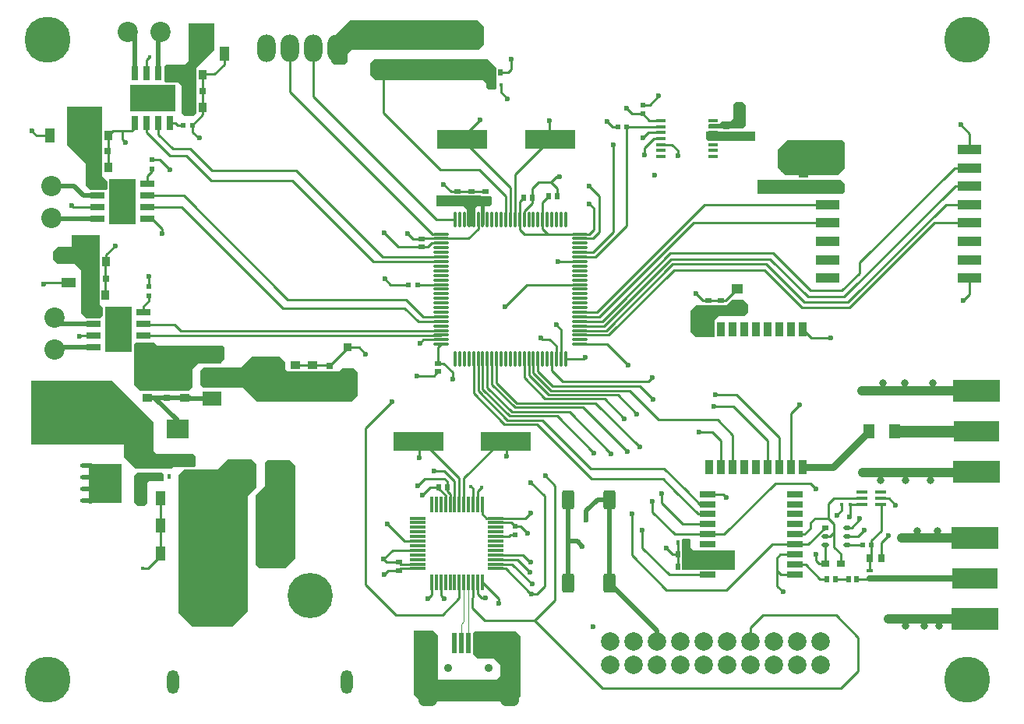
<source format=gtl>
G04*
G04 #@! TF.GenerationSoftware,Altium Limited,Altium Designer,24.10.1 (45)*
G04*
G04 Layer_Physical_Order=1*
G04 Layer_Color=255*
%FSLAX25Y25*%
%MOIN*%
G70*
G04*
G04 #@! TF.SameCoordinates,2D4B152F-DA3A-4926-AC14-268B840A774E*
G04*
G04*
G04 #@! TF.FilePolarity,Positive*
G04*
G01*
G75*
%ADD28R,0.03700X0.06300*%
%ADD81R,0.01968X0.02362*%
%ADD82R,0.03937X0.03543*%
%ADD83R,0.03937X0.01378*%
%ADD84R,0.02362X0.01968*%
%ADD85R,0.02520X0.02362*%
%ADD86R,0.19685X0.09016*%
%ADD87R,0.20000X0.09508*%
%ADD88R,0.04724X0.06496*%
%ADD89R,0.21654X0.07874*%
%ADD90R,0.07087X0.02756*%
%ADD91R,0.07087X0.03150*%
%ADD92O,0.07087X0.01181*%
%ADD93O,0.01181X0.07087*%
%ADD94R,0.01181X0.06693*%
%ADD95R,0.06693X0.01181*%
%ADD96R,0.02362X0.02520*%
%ADD97R,0.01968X0.08858*%
%ADD98R,0.07874X0.14961*%
%ADD99R,0.07874X0.05906*%
G04:AMPARAMS|DCode=100|XSize=55.12mil|YSize=82.68mil|CornerRadius=13.78mil|HoleSize=0mil|Usage=FLASHONLY|Rotation=90.000|XOffset=0mil|YOffset=0mil|HoleType=Round|Shape=RoundedRectangle|*
%AMROUNDEDRECTD100*
21,1,0.05512,0.05512,0,0,90.0*
21,1,0.02756,0.08268,0,0,90.0*
1,1,0.02756,0.02756,0.01378*
1,1,0.02756,0.02756,-0.01378*
1,1,0.02756,-0.02756,-0.01378*
1,1,0.02756,-0.02756,0.01378*
%
%ADD100ROUNDEDRECTD100*%
%ADD101R,0.03543X0.03937*%
%ADD102R,0.04724X0.03937*%
%ADD103O,0.03150X0.02165*%
%ADD104R,0.03150X0.02165*%
%ADD105R,0.03150X0.03543*%
%ADD106R,0.01575X0.01181*%
%ADD107R,0.04600X0.01400*%
%ADD108R,0.02559X0.01378*%
%ADD109R,0.03543X0.03150*%
%ADD110R,0.01575X0.01968*%
%ADD111R,0.04134X0.06299*%
%ADD112R,0.11614X0.19291*%
G04:AMPARAMS|DCode=113|XSize=61.02mil|YSize=23.62mil|CornerRadius=0.59mil|HoleSize=0mil|Usage=FLASHONLY|Rotation=180.000|XOffset=0mil|YOffset=0mil|HoleType=Round|Shape=RoundedRectangle|*
%AMROUNDEDRECTD113*
21,1,0.06102,0.02244,0,0,180.0*
21,1,0.05984,0.02362,0,0,180.0*
1,1,0.00118,-0.02992,0.01122*
1,1,0.00118,0.02992,0.01122*
1,1,0.00118,0.02992,-0.01122*
1,1,0.00118,-0.02992,-0.01122*
%
%ADD113ROUNDEDRECTD113*%
%ADD114R,0.19291X0.11614*%
G04:AMPARAMS|DCode=115|XSize=61.02mil|YSize=23.62mil|CornerRadius=0.59mil|HoleSize=0mil|Usage=FLASHONLY|Rotation=90.000|XOffset=0mil|YOffset=0mil|HoleType=Round|Shape=RoundedRectangle|*
%AMROUNDEDRECTD115*
21,1,0.06102,0.02244,0,0,90.0*
21,1,0.05984,0.02362,0,0,90.0*
1,1,0.00118,0.01122,0.02992*
1,1,0.00118,0.01122,-0.02992*
1,1,0.00118,-0.01122,-0.02992*
1,1,0.00118,-0.01122,0.02992*
%
%ADD115ROUNDEDRECTD115*%
%ADD116R,0.06299X0.04134*%
%ADD117R,0.02559X0.03150*%
G04:AMPARAMS|DCode=118|XSize=78.74mil|YSize=98.43mil|CornerRadius=19.68mil|HoleSize=0mil|Usage=FLASHONLY|Rotation=0.000|XOffset=0mil|YOffset=0mil|HoleType=Round|Shape=RoundedRectangle|*
%AMROUNDEDRECTD118*
21,1,0.07874,0.05906,0,0,0.0*
21,1,0.03937,0.09843,0,0,0.0*
1,1,0.03937,0.01968,-0.02953*
1,1,0.03937,-0.01968,-0.02953*
1,1,0.03937,-0.01968,0.02953*
1,1,0.03937,0.01968,0.02953*
%
%ADD118ROUNDEDRECTD118*%
%ADD119R,0.03150X0.02559*%
%ADD120R,0.03740X0.03543*%
%ADD121R,0.09646X0.08465*%
%ADD122R,0.01575X0.02008*%
%ADD123R,0.09843X0.06693*%
%ADD124O,0.03937X0.01968*%
%ADD125O,0.05512X0.01968*%
%ADD126R,0.10236X0.04331*%
%ADD127R,0.11024X0.04331*%
G04:AMPARAMS|DCode=128|XSize=55.12mil|YSize=82.68mil|CornerRadius=13.78mil|HoleSize=0mil|Usage=FLASHONLY|Rotation=180.000|XOffset=0mil|YOffset=0mil|HoleType=Round|Shape=RoundedRectangle|*
%AMROUNDEDRECTD128*
21,1,0.05512,0.05512,0,0,180.0*
21,1,0.02756,0.08268,0,0,180.0*
1,1,0.02756,-0.01378,0.02756*
1,1,0.02756,0.01378,0.02756*
1,1,0.02756,0.01378,-0.02756*
1,1,0.02756,-0.01378,-0.02756*
%
%ADD128ROUNDEDRECTD128*%
%ADD129C,0.01000*%
%ADD130C,0.04000*%
%ADD131C,0.02800*%
%ADD132C,0.03000*%
%ADD133C,0.05000*%
%ADD134C,0.02000*%
%ADD135C,0.00435*%
%ADD136C,0.07874*%
%ADD137O,0.05118X0.10236*%
%ADD138C,0.19354*%
%ADD139R,0.19354X0.19354*%
%ADD140C,0.19685*%
%ADD141C,0.08661*%
%ADD142O,0.07874X0.11811*%
%ADD143C,0.01181*%
%ADD144C,0.03543*%
%ADD145C,0.02362*%
%ADD146C,0.03150*%
%ADD147C,0.01575*%
%ADD148C,0.01968*%
G36*
X202439Y295494D02*
Y287774D01*
X200000Y285335D01*
X145768D01*
X144193Y283760D01*
Y280512D01*
X142815Y279134D01*
X138386D01*
X137008Y280512D01*
Y284646D01*
Y290158D01*
X145079Y298228D01*
X199705D01*
X202439Y295494D01*
D02*
G37*
G36*
X207776Y277658D02*
Y277638D01*
Y273937D01*
Y268996D01*
X207874Y268898D01*
X207283Y268307D01*
X204429D01*
X203543Y269193D01*
Y271063D01*
X202165Y272441D01*
X156299D01*
X153937Y274803D01*
Y279921D01*
X155413Y281398D01*
X204035D01*
X207776Y277658D01*
D02*
G37*
G36*
X87161Y290305D02*
Y285586D01*
X79331Y277756D01*
Y258366D01*
X79429Y258268D01*
X78248Y257087D01*
X74508D01*
X73228Y258366D01*
Y270079D01*
X71850Y271457D01*
X66535D01*
X65945Y272047D01*
Y278445D01*
X66634Y279134D01*
X74606D01*
X76181Y280709D01*
Y288484D01*
X76181Y296654D01*
X87161D01*
Y290305D01*
D02*
G37*
G36*
X314469Y261811D02*
Y253051D01*
X313287Y251870D01*
X298425D01*
Y252658D01*
Y253543D01*
X298721Y253839D01*
X303101D01*
X303987Y254724D01*
X307776D01*
X309252Y256201D01*
Y262106D01*
X310138Y262992D01*
X313287D01*
X314469Y261811D01*
D02*
G37*
G36*
X304921Y250591D02*
X318504D01*
Y246555D01*
X298524D01*
X297638Y247441D01*
Y250591D01*
X304921Y250591D01*
D02*
G37*
G36*
X356791Y245768D02*
Y234744D01*
X353839Y231791D01*
X331594D01*
X328150Y235236D01*
Y238583D01*
X328051Y238779D01*
Y242815D01*
X331988Y246752D01*
X355807D01*
X356791Y245768D01*
D02*
G37*
G36*
X39272Y231398D02*
X41535Y229134D01*
Y226181D01*
X40748Y225394D01*
X34252D01*
X32185Y227461D01*
X32185Y236811D01*
X24114Y244882D01*
Y261221D01*
X39272D01*
Y231398D01*
D02*
G37*
G36*
X356693Y228051D02*
Y224410D01*
X355906Y223622D01*
X319390D01*
Y229823D01*
X354921D01*
X356693Y228051D01*
D02*
G37*
G36*
X189390Y223130D02*
Y222992D01*
X193091D01*
Y223130D01*
X201201Y223130D01*
Y222894D01*
X204902D01*
Y222894D01*
X205259Y222792D01*
X205709Y222342D01*
Y219094D01*
X204921Y218307D01*
X202869D01*
X202884Y216199D01*
X202824Y216110D01*
X202733Y215650D01*
Y210608D01*
X202333Y210320D01*
X201204Y210325D01*
Y215650D01*
X201181Y215766D01*
Y218307D01*
X199508D01*
X198819Y217618D01*
Y215766D01*
X198796Y215650D01*
Y210312D01*
X198327Y209842D01*
X195866D01*
X195299Y210410D01*
Y215650D01*
X195276Y215766D01*
Y216929D01*
X193701Y218504D01*
X182185D01*
Y223130D01*
X189390D01*
D02*
G37*
G36*
X38189Y200984D02*
Y183071D01*
X38189D01*
Y177953D01*
X38189D01*
Y176476D01*
X39469Y175197D01*
Y171850D01*
X38189Y170571D01*
X32382D01*
X30217Y172736D01*
Y191043D01*
X27362Y193898D01*
X19882D01*
X18110Y195669D01*
Y199016D01*
X20079Y200984D01*
X26083D01*
Y206201D01*
X38189D01*
Y200984D01*
D02*
G37*
G36*
X315551Y176279D02*
Y173031D01*
X313976Y171457D01*
X302854D01*
X301279Y169882D01*
Y162598D01*
X292815Y162598D01*
X290650Y164764D01*
Y173524D01*
X293209Y176083D01*
X306004D01*
X308366Y178445D01*
X313386D01*
X315551Y176279D01*
D02*
G37*
G36*
X62795Y158760D02*
X90847D01*
X91535Y158071D01*
Y152953D01*
X89862Y151279D01*
X80512D01*
X77953Y148721D01*
X77953Y141043D01*
X76378Y139469D01*
X55315D01*
X52756Y142027D01*
Y159153D01*
Y159449D01*
X53445Y160138D01*
X61417D01*
X62795Y158760D01*
D02*
G37*
G36*
X117520Y151870D02*
Y148721D01*
X118405Y147835D01*
X140551D01*
X141831Y149114D01*
X146653D01*
X148622Y147146D01*
Y137402D01*
X146161Y134941D01*
X115256Y134941D01*
X105315D01*
X99606Y140650D01*
X82382D01*
X81004Y142028D01*
Y144488D01*
Y148130D01*
X82382Y149508D01*
X98425D01*
X103150Y154232D01*
X115157D01*
X117520Y151870D01*
D02*
G37*
G36*
X61221Y126083D02*
Y113681D01*
X62303Y112598D01*
X78150D01*
X79232Y111516D01*
Y107382D01*
X78776Y106925D01*
X74016D01*
X73626Y106848D01*
X73394Y106693D01*
X69390D01*
X68701Y106004D01*
X53347D01*
X48425Y110925D01*
Y116339D01*
X8661D01*
Y143898D01*
X43406D01*
X61221Y126083D01*
D02*
G37*
G36*
X65553Y103738D02*
Y101179D01*
X65261Y100886D01*
X59257Y100881D01*
X59252Y100886D01*
X58366Y100000D01*
Y91339D01*
X57284Y90256D01*
X54035D01*
X52658Y91634D01*
Y103051D01*
X54134Y104528D01*
X64764D01*
X65553Y103738D01*
D02*
G37*
G36*
X34645Y108356D02*
X34864Y108210D01*
X35107Y108109D01*
X35366Y108058D01*
X35498Y108051D01*
X47539D01*
Y91516D01*
X35498D01*
X35366Y91509D01*
X35107Y91458D01*
X34864Y91357D01*
X34645Y91211D01*
X34547Y91122D01*
X33366Y91122D01*
Y108445D01*
X34547D01*
X34645Y108356D01*
D02*
G37*
G36*
X121850Y107579D02*
Y67913D01*
X117520Y63583D01*
X106398D01*
X104724Y65256D01*
Y94488D01*
X108957Y98721D01*
Y108661D01*
X110236Y109941D01*
X119488D01*
X121850Y107579D01*
D02*
G37*
G36*
X290945Y75492D02*
Y72342D01*
X292028Y71260D01*
X309941D01*
Y62697D01*
X287402D01*
X287244Y62907D01*
Y66122D01*
X287106D01*
Y67638D01*
X287244D01*
Y71339D01*
X287106D01*
Y74902D01*
Y75689D01*
X287500Y76083D01*
X290354D01*
X290945Y75492D01*
D02*
G37*
G36*
X105118Y107972D02*
Y98032D01*
X101575Y94488D01*
Y45276D01*
X94882Y38583D01*
X77559D01*
X71653Y44488D01*
Y103543D01*
X74016Y105905D01*
X88583D01*
X92913Y110236D01*
X102854D01*
X105118Y107972D01*
D02*
G37*
G36*
X182776Y34941D02*
Y15650D01*
X207677D01*
X209449Y17421D01*
Y22244D01*
X206890Y24803D01*
X199705Y24803D01*
X197736Y26772D01*
Y35827D01*
X198425Y36516D01*
X216142D01*
X218307Y34350D01*
Y8858D01*
X215748Y6299D01*
X175492D01*
X172638Y9154D01*
Y36811D01*
X180905D01*
X182776Y34941D01*
D02*
G37*
D28*
X338898Y165770D02*
D03*
X333898D02*
D03*
X328898D02*
D03*
X323898D02*
D03*
X318898D02*
D03*
X313898D02*
D03*
X308898D02*
D03*
X303898D02*
D03*
X298898D02*
D03*
Y106670D02*
D03*
X303898D02*
D03*
X308898D02*
D03*
X313898D02*
D03*
X318898D02*
D03*
X323898D02*
D03*
X328898D02*
D03*
X333898D02*
D03*
X338898D02*
D03*
D81*
X259646Y252559D02*
D03*
X263583D02*
D03*
X174016Y184744D02*
D03*
X170079D02*
D03*
X368307Y73524D02*
D03*
X364370D02*
D03*
X77854Y253051D02*
D03*
X73917D02*
D03*
D82*
X311811Y254134D02*
D03*
Y248819D02*
D03*
X339272Y232480D02*
D03*
Y227165D02*
D03*
X58366Y136516D02*
D03*
Y141831D02*
D03*
X129232Y145177D02*
D03*
Y150492D02*
D03*
X121752Y145177D02*
D03*
Y150492D02*
D03*
X74409Y136516D02*
D03*
Y141831D02*
D03*
D83*
X278248Y255118D02*
D03*
Y252559D02*
D03*
Y250000D02*
D03*
Y247441D02*
D03*
Y244882D02*
D03*
Y242323D02*
D03*
Y239764D02*
D03*
X300492D02*
D03*
Y242323D02*
D03*
Y244882D02*
D03*
Y247441D02*
D03*
Y250000D02*
D03*
Y252559D02*
D03*
Y255118D02*
D03*
D84*
X270374Y261909D02*
D03*
Y257972D02*
D03*
X60532Y238484D02*
D03*
Y234547D02*
D03*
X215650Y77658D02*
D03*
Y81595D02*
D03*
X59153Y184055D02*
D03*
Y180118D02*
D03*
D85*
X306102Y248957D02*
D03*
Y252421D02*
D03*
X166043Y62539D02*
D03*
Y66004D02*
D03*
X303937Y178110D02*
D03*
Y174646D02*
D03*
X298622Y178012D02*
D03*
Y174547D02*
D03*
X182972Y147776D02*
D03*
Y151240D02*
D03*
X175886Y204587D02*
D03*
Y201122D02*
D03*
X191240Y224764D02*
D03*
Y221299D02*
D03*
X197244Y224921D02*
D03*
Y221457D02*
D03*
X203051Y224665D02*
D03*
Y221201D02*
D03*
D86*
X412402Y59153D02*
D03*
X412992Y122047D02*
D03*
D87*
X412402Y76407D02*
D03*
Y41898D02*
D03*
X412992Y139301D02*
D03*
Y104791D02*
D03*
D88*
X378150Y122047D02*
D03*
X367126D02*
D03*
D89*
X174409Y117913D02*
D03*
X211811D02*
D03*
X230709Y246949D02*
D03*
X193307D02*
D03*
D90*
X335531Y95276D02*
D03*
Y60630D02*
D03*
X298130D02*
D03*
Y95276D02*
D03*
D91*
X335531Y90945D02*
D03*
Y86614D02*
D03*
Y82284D02*
D03*
Y77953D02*
D03*
Y73622D02*
D03*
Y69291D02*
D03*
Y64961D02*
D03*
X298130D02*
D03*
Y69291D02*
D03*
Y73622D02*
D03*
Y77953D02*
D03*
Y82284D02*
D03*
Y86614D02*
D03*
Y90945D02*
D03*
D92*
X243504Y206594D02*
D03*
Y204626D02*
D03*
Y202658D02*
D03*
Y200689D02*
D03*
Y198721D02*
D03*
Y196752D02*
D03*
Y194783D02*
D03*
Y192815D02*
D03*
Y190847D02*
D03*
Y188878D02*
D03*
Y186909D02*
D03*
Y184941D02*
D03*
Y182973D02*
D03*
Y181004D02*
D03*
Y179035D02*
D03*
Y177067D02*
D03*
Y175099D02*
D03*
Y173130D02*
D03*
Y171161D02*
D03*
Y169193D02*
D03*
Y167224D02*
D03*
Y165256D02*
D03*
Y163287D02*
D03*
Y161319D02*
D03*
Y159350D02*
D03*
X184055D02*
D03*
Y161319D02*
D03*
Y163287D02*
D03*
Y165256D02*
D03*
Y167224D02*
D03*
Y169193D02*
D03*
Y171161D02*
D03*
Y173130D02*
D03*
Y175099D02*
D03*
Y177067D02*
D03*
Y179035D02*
D03*
Y181004D02*
D03*
Y182973D02*
D03*
Y184941D02*
D03*
Y186909D02*
D03*
Y188878D02*
D03*
Y190847D02*
D03*
Y192815D02*
D03*
Y194783D02*
D03*
Y196752D02*
D03*
Y198721D02*
D03*
Y200689D02*
D03*
Y202658D02*
D03*
Y204626D02*
D03*
Y206594D02*
D03*
D93*
X237402Y153248D02*
D03*
X235433D02*
D03*
X233465D02*
D03*
X231496D02*
D03*
X229528D02*
D03*
X227559D02*
D03*
X225590D02*
D03*
X223622D02*
D03*
X221654D02*
D03*
X219685D02*
D03*
X217717D02*
D03*
X215748D02*
D03*
X213779D02*
D03*
X211811D02*
D03*
X209842D02*
D03*
X207874D02*
D03*
X205906D02*
D03*
X203937D02*
D03*
X201969D02*
D03*
X200000D02*
D03*
X198031D02*
D03*
X196063D02*
D03*
X194095D02*
D03*
X192126D02*
D03*
X190157D02*
D03*
Y212697D02*
D03*
X192126D02*
D03*
X194095D02*
D03*
X196063D02*
D03*
X198031D02*
D03*
X200000D02*
D03*
X201969D02*
D03*
X203937D02*
D03*
X205906D02*
D03*
X207874D02*
D03*
X209842D02*
D03*
X211811D02*
D03*
X213779D02*
D03*
X215748D02*
D03*
X217717D02*
D03*
X219685D02*
D03*
X221654D02*
D03*
X223622D02*
D03*
X225590D02*
D03*
X227559D02*
D03*
X229528D02*
D03*
X231496D02*
D03*
X233465D02*
D03*
X235433D02*
D03*
X237402D02*
D03*
D94*
X201772Y90799D02*
D03*
X199803D02*
D03*
X197835D02*
D03*
X195866D02*
D03*
X193898D02*
D03*
X191929D02*
D03*
X189961D02*
D03*
X187992D02*
D03*
X186024D02*
D03*
X184055D02*
D03*
X182087D02*
D03*
X180118D02*
D03*
Y57429D02*
D03*
X182087D02*
D03*
X184055D02*
D03*
X186024D02*
D03*
X187992D02*
D03*
X189961D02*
D03*
X191929D02*
D03*
X193898D02*
D03*
X195866D02*
D03*
X197835D02*
D03*
X199803D02*
D03*
X201772D02*
D03*
D95*
X174260Y84941D02*
D03*
Y82973D02*
D03*
Y81004D02*
D03*
Y79036D02*
D03*
Y77067D02*
D03*
Y75098D02*
D03*
Y73130D02*
D03*
Y71161D02*
D03*
Y69193D02*
D03*
Y67224D02*
D03*
Y65256D02*
D03*
Y63287D02*
D03*
X207630D02*
D03*
Y65256D02*
D03*
Y67224D02*
D03*
Y69193D02*
D03*
Y71161D02*
D03*
Y73130D02*
D03*
Y75098D02*
D03*
Y77067D02*
D03*
Y79036D02*
D03*
Y81004D02*
D03*
Y82973D02*
D03*
Y84941D02*
D03*
D96*
X183307Y98228D02*
D03*
X186772D02*
D03*
X361811Y58662D02*
D03*
X358347D02*
D03*
X352756Y58760D02*
D03*
X349291D02*
D03*
X285472Y69488D02*
D03*
X288937D02*
D03*
X285472Y64272D02*
D03*
X288937D02*
D03*
X222992Y222146D02*
D03*
X219528D02*
D03*
X233681Y222638D02*
D03*
X230217D02*
D03*
X209547Y275787D02*
D03*
X206083D02*
D03*
D97*
X192815Y31299D02*
D03*
X195965D02*
D03*
X189665D02*
D03*
X199114D02*
D03*
X202264D02*
D03*
D98*
X110925Y145079D02*
D03*
D99*
X86122Y136024D02*
D03*
Y145079D02*
D03*
Y154134D02*
D03*
D100*
X195177Y294587D02*
D03*
Y276870D02*
D03*
X159350D02*
D03*
Y294587D02*
D03*
D101*
X41732Y248721D02*
D03*
X36417D02*
D03*
X76968Y260827D02*
D03*
X82284D02*
D03*
X40551Y180512D02*
D03*
X35236D02*
D03*
X40945Y194685D02*
D03*
X35630D02*
D03*
X41732Y235138D02*
D03*
X36417D02*
D03*
X82087Y274902D02*
D03*
X76772D02*
D03*
D102*
X310728Y175295D02*
D03*
Y183169D02*
D03*
X331693Y227362D02*
D03*
Y235236D02*
D03*
D103*
X357874Y80807D02*
D03*
Y77067D02*
D03*
Y73327D02*
D03*
X348425D02*
D03*
Y77067D02*
D03*
D104*
Y80807D02*
D03*
D105*
X367520Y67815D02*
D03*
X372441D02*
D03*
X75689Y102362D02*
D03*
Y109055D02*
D03*
D106*
X355512Y90650D02*
D03*
X359055D02*
D03*
X209744Y270374D02*
D03*
X206201D02*
D03*
D107*
X372309Y90904D02*
D03*
Y93504D02*
D03*
Y96104D02*
D03*
X364109D02*
D03*
Y93504D02*
D03*
Y90904D02*
D03*
D108*
X367618Y59252D02*
D03*
Y62598D02*
D03*
D109*
X348327Y65551D02*
D03*
X355020D02*
D03*
D110*
X288681Y74508D02*
D03*
X285531D02*
D03*
D111*
X91339Y283760D02*
D03*
X79724D02*
D03*
X28346Y248819D02*
D03*
X16732D02*
D03*
X75886Y93405D02*
D03*
X64272D02*
D03*
X75787Y81791D02*
D03*
X64173D02*
D03*
X75886Y69882D02*
D03*
X64272D02*
D03*
X96260Y91339D02*
D03*
X107874D02*
D03*
X95965Y80413D02*
D03*
X107579D02*
D03*
X95768Y69390D02*
D03*
X107382D02*
D03*
D112*
X46063Y165650D02*
D03*
X47933Y220571D02*
D03*
D113*
X35433Y158150D02*
D03*
Y163150D02*
D03*
Y168150D02*
D03*
Y173150D02*
D03*
X56693D02*
D03*
Y168150D02*
D03*
Y163150D02*
D03*
Y158150D02*
D03*
X37303Y213071D02*
D03*
Y218071D02*
D03*
Y223071D02*
D03*
Y228071D02*
D03*
X58563D02*
D03*
Y223071D02*
D03*
Y218071D02*
D03*
Y213071D02*
D03*
D114*
X60728Y264764D02*
D03*
D115*
X53228Y275394D02*
D03*
X58228D02*
D03*
X63228D02*
D03*
X68228D02*
D03*
Y254134D02*
D03*
X63228D02*
D03*
X58228D02*
D03*
X53228D02*
D03*
D116*
X24705Y197244D02*
D03*
Y185630D02*
D03*
D117*
X35335Y187598D02*
D03*
X40650D02*
D03*
X36122Y242028D02*
D03*
X41437D02*
D03*
X76673Y267815D02*
D03*
X81988D02*
D03*
D118*
X178445Y30925D02*
D03*
Y9469D02*
D03*
X213484D02*
D03*
Y30925D02*
D03*
D119*
X66929Y141831D02*
D03*
Y136516D02*
D03*
X136614Y150197D02*
D03*
Y144882D02*
D03*
D120*
X144193Y145622D02*
D03*
Y158024D02*
D03*
D121*
X71358Y123228D02*
D03*
X54429D02*
D03*
D122*
X63976Y102854D02*
D03*
X67913D02*
D03*
X65945Y107972D02*
D03*
D123*
X115059Y104626D02*
D03*
X99311D02*
D03*
D124*
X55610Y92283D02*
D03*
Y97284D02*
D03*
Y102284D02*
D03*
Y107283D02*
D03*
D125*
X32382D02*
D03*
Y102284D02*
D03*
Y97284D02*
D03*
Y92283D02*
D03*
D126*
X410236Y242815D02*
D03*
Y234941D02*
D03*
Y227067D02*
D03*
Y219193D02*
D03*
Y211319D02*
D03*
Y203445D02*
D03*
Y195571D02*
D03*
Y187697D02*
D03*
X349606D02*
D03*
Y195571D02*
D03*
Y203445D02*
D03*
Y211319D02*
D03*
Y219193D02*
D03*
Y227067D02*
D03*
Y234941D02*
D03*
D127*
X350000Y242815D02*
D03*
D128*
X238484Y92913D02*
D03*
X256201D02*
D03*
Y57087D02*
D03*
X238484D02*
D03*
D129*
X285433Y240059D02*
Y242323D01*
X282874Y244882D02*
X285433Y242323D01*
X278248Y244882D02*
X282874D01*
X257972Y207579D02*
Y244587D01*
X257874Y244685D02*
X257972Y244587D01*
X273524Y261909D02*
X277264Y265650D01*
X270374Y261909D02*
X273524D01*
X255118Y254823D02*
X257382Y252559D01*
X259646D01*
X263583Y260335D02*
X265945Y257972D01*
X270374D01*
X263583Y247933D02*
Y252559D01*
Y210236D02*
Y247933D01*
X250098Y196752D02*
X263583Y210236D01*
X243504Y196752D02*
X250098D01*
X249114Y198721D02*
X257972Y207579D01*
X243504Y198721D02*
X249114D01*
X273228Y255118D02*
X278248D01*
X270374Y257972D02*
X273228Y255118D01*
X263583Y252559D02*
X278248D01*
X271063Y243406D02*
X275098Y247441D01*
X278248D01*
X271063Y240354D02*
Y243406D01*
X272736Y250000D02*
X278248D01*
X270571Y247835D02*
Y247835D01*
X272736Y250000D01*
X174213Y98917D02*
X177165Y101870D01*
X185630D01*
X186772Y98228D02*
Y100728D01*
X185630Y101870D02*
X186772Y100728D01*
X176083Y94882D02*
X179429Y98228D01*
X201476Y50886D02*
X203248D01*
X199803Y52559D02*
X201476Y50886D01*
X197335Y50743D02*
X197835Y51243D01*
X197335Y46465D02*
X202689Y41110D01*
X197835Y51243D02*
Y57429D01*
X197335Y46465D02*
Y50743D01*
X281693Y60630D02*
X298130D01*
X270276Y72047D02*
Y79921D01*
Y72047D02*
X281693Y60630D01*
X367520Y67815D02*
X367618Y67716D01*
Y62598D02*
Y67716D01*
X367028Y58662D02*
X367618Y59252D01*
X361811Y58662D02*
X367028D01*
X375689Y93504D02*
X378642Y90551D01*
X372309Y93504D02*
X375689D01*
X372407Y79592D02*
Y90904D01*
X359309D02*
X364109D01*
X359055Y90650D02*
X359309Y90904D01*
X349902Y91142D02*
X352264Y93504D01*
X364109D01*
X349902Y84941D02*
Y91142D01*
X358957Y85433D02*
X359055Y85532D01*
Y90650D01*
X372441Y74311D02*
X375492Y77362D01*
X372441Y67815D02*
Y74311D01*
X359744Y80807D02*
X363287Y84350D01*
Y84744D01*
X357874Y77067D02*
X362598D01*
X365158Y79626D01*
X368307Y75492D02*
X372407Y79592D01*
X368307Y73524D02*
Y75492D01*
X359744Y80807D02*
X359744Y80807D01*
X357874Y80807D02*
X359744D01*
X344587Y66831D02*
X345866Y65551D01*
X344587Y66831D02*
Y69488D01*
X345866Y65551D02*
X348327D01*
X346282Y58760D02*
X349291D01*
X340081Y64961D02*
X346282Y58760D01*
X335531Y64961D02*
X340081D01*
X355512Y88287D02*
Y90650D01*
X353445Y86221D02*
X355512Y88287D01*
X348327Y65551D02*
X348425Y65650D01*
Y73327D01*
X355020Y65551D02*
Y69685D01*
X367520Y67815D02*
X368307Y68602D01*
Y73524D01*
X357874Y73327D02*
X358071Y73524D01*
X364370D01*
X212500Y126870D02*
X227362D01*
X248031Y106201D01*
X279429D01*
X225098Y125197D02*
X248622Y101673D01*
X279134D01*
X211122Y125197D02*
X225098D01*
X233366Y167618D02*
X235433Y165551D01*
Y153248D02*
Y165551D01*
X233366Y153347D02*
Y158760D01*
X230610Y161516D02*
X233366Y158760D01*
Y153347D02*
X233465Y153248D01*
X327067Y99902D02*
X342028D01*
X344390Y97539D01*
X352264Y72441D02*
Y78937D01*
Y72441D02*
X355020Y69685D01*
X327854Y55807D02*
X330315Y53347D01*
X327854Y55807D02*
Y62598D01*
X357874Y73327D02*
X357973Y73228D01*
X349902Y84941D02*
X352264Y82579D01*
X343996Y84941D02*
X349902D01*
X352264Y78937D02*
Y82579D01*
X350394Y77067D02*
X352264Y78937D01*
X339370Y77953D02*
X342028Y80610D01*
Y82972D01*
X343996Y84941D01*
X335531Y77953D02*
X339370D01*
X348425Y77067D02*
X350394D01*
X325689Y73622D02*
X335531D01*
X341240D01*
X348425Y80807D01*
X358248Y58760D02*
X358347Y58662D01*
X352756Y58760D02*
X358248D01*
X305118Y77953D02*
X327067Y99902D01*
X298130Y77953D02*
X305118D01*
X294587Y121653D02*
X300197D01*
X303898Y117953D01*
X270571Y133661D02*
X277165Y127067D01*
X291043D01*
X335236Y60925D02*
X335531Y60630D01*
X329528Y60925D02*
X335236D01*
X327854Y62598D02*
X329528Y60925D01*
X327854Y62598D02*
Y67913D01*
X329232Y69291D01*
X335531D01*
X333898Y129862D02*
X337598Y133563D01*
X333898Y106670D02*
Y129862D01*
X236122Y143504D02*
X272835D01*
X274508Y145177D01*
X231496Y148130D02*
X236122Y143504D01*
X225590Y147835D02*
X231890Y141535D01*
X268996D01*
X274902Y135630D01*
X223622Y146949D02*
X231102Y139469D01*
X264764D01*
X270571Y133661D01*
X230020Y137795D02*
X259646D01*
X267836Y129605D01*
X221654Y146161D02*
X230020Y137795D01*
X254134Y136024D02*
X262598Y127559D01*
X219685Y144980D02*
X228642Y136024D01*
X254134D01*
X231496Y148130D02*
Y153248D01*
X225590Y147835D02*
Y153248D01*
X223622Y146949D02*
Y153248D01*
X221654Y146161D02*
Y153248D01*
X219685Y144980D02*
Y153248D01*
X323898Y106670D02*
Y118032D01*
X309252Y132677D02*
X323898Y118032D01*
X300787Y132677D02*
X309252D01*
X328898Y106670D02*
Y119429D01*
X310433Y137894D02*
X328898Y119429D01*
X301575Y137894D02*
X310433D01*
X291043Y127067D02*
X302362D01*
X243504Y159350D02*
X255217D01*
X262598Y151969D01*
X263976Y150591D01*
X237500Y153150D02*
X244980D01*
X245768Y153937D01*
X302362Y127067D02*
X308898Y120531D01*
Y106670D02*
Y120531D01*
X304823Y95276D02*
X306299Y93799D01*
X298130Y95276D02*
X304823D01*
X284547Y96260D02*
X294193Y86614D01*
X298130D01*
X265650Y69095D02*
Y86417D01*
X265846Y86614D01*
X278346Y91437D02*
X287500Y82284D01*
X278346Y91437D02*
Y95374D01*
X274606Y87402D02*
Y92126D01*
Y87402D02*
X284055Y77953D01*
X279134Y101673D02*
X284547Y96260D01*
X250295Y134153D02*
X268996Y115453D01*
X216634Y134153D02*
X250295D01*
X244882Y132283D02*
X263779Y113386D01*
X215650Y132283D02*
X244882D01*
X279429Y106201D02*
X288976Y96653D01*
X294685Y90945D01*
X298130D01*
X228839Y102953D02*
X232972Y98819D01*
X222539Y100197D02*
X228445Y94291D01*
Y55807D02*
Y94291D01*
X232972Y49937D02*
Y98819D01*
X207874Y142913D02*
X216634Y134153D01*
X214469Y130315D02*
X239173D01*
X213386Y128642D02*
X233858D01*
X239173Y130315D02*
X256894Y112594D01*
X233858Y128642D02*
X249640Y112860D01*
X224146Y41110D02*
X232972Y49937D01*
X265650Y69095D02*
X280610Y54134D01*
X200000Y139370D02*
Y153248D01*
Y139370D02*
X212500Y126870D01*
X198031Y138287D02*
Y153248D01*
Y138287D02*
X211122Y125197D01*
X205906Y142028D02*
X215650Y132283D01*
X203937Y140847D02*
X214469Y130315D01*
X201969Y140059D02*
X213386Y128642D01*
X303898Y106670D02*
Y117953D01*
X201969Y140059D02*
Y153248D01*
X203937Y140847D02*
Y153248D01*
X205906Y142028D02*
Y153248D01*
X207874Y142913D02*
Y153248D01*
X237402D02*
X237500Y153150D01*
X227362Y161516D02*
X230610D01*
X226673Y162205D02*
X227362Y161516D01*
X211319Y175394D02*
X220866Y184941D01*
X243504D01*
X218012Y81595D02*
X221063Y78543D01*
X215650Y81595D02*
X218012D01*
X82087Y275098D02*
X87303D01*
X82087Y267815D02*
Y274902D01*
X191339Y224665D02*
X203051D01*
X41732Y235138D02*
Y248721D01*
X40551Y180512D02*
Y194685D01*
X64272Y73232D02*
Y93405D01*
X209646Y117913D02*
X211811D01*
X193898Y102165D02*
X209646Y117913D01*
X174409D02*
X175984D01*
X191929Y101969D01*
X212106Y111319D02*
Y117618D01*
X174409Y117913D02*
X174803Y117520D01*
X211811Y117913D02*
X212106Y117618D01*
X174803Y110925D02*
Y117520D01*
X225197Y52559D02*
X228445Y55807D01*
X224146Y41110D02*
X253181Y12075D01*
X407480Y177953D02*
X410236Y180709D01*
Y181988D01*
X410236Y181988D02*
X410236Y181988D01*
X410236Y181988D02*
Y187697D01*
X406398Y253445D02*
X410236Y249606D01*
Y242815D02*
Y249606D01*
X342562Y162106D02*
X350787D01*
X338898Y165770D02*
X342562Y162106D01*
X293012Y181201D02*
X296201Y178012D01*
X298622D01*
X303839D02*
X303937Y178110D01*
X298622Y178012D02*
X303839D01*
X303937Y178110D02*
X305669D01*
X310728Y183169D01*
X222835Y52559D02*
X225197D01*
X247638Y219587D02*
X249508Y217717D01*
Y208465D02*
Y217717D01*
X247638Y206594D02*
X249508Y208465D01*
X243504Y206594D02*
X247638D01*
X249016Y204626D02*
X251772Y207382D01*
X243504Y204626D02*
X249016D01*
X251772Y207382D02*
Y222933D01*
X247638Y227067D02*
X251772Y222933D01*
X229870Y206594D02*
X243504D01*
X217717Y208563D02*
X219685Y206594D01*
X229870D01*
X217717Y208563D02*
Y212697D01*
X227559Y208905D02*
Y212697D01*
Y208905D02*
X229870Y206594D01*
X296949Y219193D02*
X349606D01*
X256496Y178740D02*
X296949Y219193D01*
X282382Y195866D02*
X324803D01*
X341043Y179626D01*
X356594D01*
X233465Y231201D02*
X234646D01*
X231004Y228740D02*
X233465Y231201D01*
X225689Y228740D02*
X231004D01*
X233681Y222638D02*
Y226063D01*
X231004Y228740D02*
X233681Y226063D01*
X222992Y226043D02*
X225689Y228740D01*
X222992Y222146D02*
Y226043D01*
X234350Y194783D02*
X234350Y194783D01*
X243504D01*
X292028Y211319D02*
X336417D01*
X258563Y177854D02*
X292028Y211319D01*
X256496Y178740D02*
Y178740D01*
X282283Y198425D02*
X326083D01*
X260728Y176870D02*
X282283Y198425D01*
X395079Y211319D02*
X405315D01*
X358957Y175197D02*
X395079Y211319D01*
X405315D02*
X410236D01*
X338583Y175197D02*
X358957D01*
X358169Y177362D02*
X400000Y219193D01*
X339567Y177362D02*
X358169D01*
X322539Y191240D02*
X338583Y175197D01*
X323228Y193701D02*
X339567Y177362D01*
X283760Y191240D02*
X322539D01*
X255807Y163287D02*
X283760Y191240D01*
X243504Y163287D02*
X255807D01*
X356594Y179626D02*
X404035Y227067D01*
X355610Y182283D02*
X363189Y189862D01*
X326083Y198425D02*
X342224Y182283D01*
X355610D01*
X400000Y219193D02*
X410236D01*
X363189Y189862D02*
Y194455D01*
X403675Y234941D01*
X410236D01*
X404035Y227067D02*
X410236D01*
X283268Y193701D02*
X323228D01*
X254823Y165256D02*
X283268Y193701D01*
X243504Y165256D02*
X254823D01*
X253740Y167224D02*
X282382Y195866D01*
X243504Y167224D02*
X253740D01*
X280610Y54134D02*
X306201D01*
X325689Y73622D01*
X280610Y71949D02*
X283071Y69488D01*
X285472D01*
Y64272D02*
Y69488D01*
Y74449D02*
X285531Y74508D01*
X285472Y69488D02*
Y74449D01*
X284055Y77953D02*
X298130D01*
X287500Y82284D02*
X298130D01*
X243504Y169193D02*
X253051D01*
X260728Y176870D01*
X251870Y171161D02*
X258563Y177854D01*
X336417Y211319D02*
X349606D01*
X243504Y171161D02*
X251870D01*
X250886Y173130D02*
X256496Y178740D01*
X243504Y173130D02*
X250886D01*
X321819Y43472D02*
X353083D01*
X362630Y19555D02*
Y33925D01*
X353083Y43472D02*
X362630Y33925D01*
X214469Y65256D02*
X223031Y56693D01*
X207630Y65256D02*
X214469D01*
X211713Y63287D02*
X222441Y52559D01*
X222835D01*
X207630Y67224D02*
X216831D01*
X222244Y61811D01*
X207630Y69193D02*
X218996D01*
X222342Y65847D01*
Y66043D01*
X316555Y32244D02*
Y38209D01*
X321819Y43472D01*
X253181Y12075D02*
X355150D01*
X202689Y41110D02*
X224146D01*
X355150Y12075D02*
X362630Y19555D01*
X207630Y63287D02*
X211713D01*
X199803Y52559D02*
Y57429D01*
X201772D02*
X208661Y50539D01*
Y48425D02*
Y50539D01*
X207630Y84941D02*
X220177D01*
X222342Y87106D01*
X197835Y90799D02*
Y97638D01*
X196949Y98524D02*
X197835Y97638D01*
X203642Y84941D02*
X207630D01*
X201772Y86811D02*
Y90799D01*
Y86811D02*
X203642Y84941D01*
X179429Y98228D02*
X183307D01*
X181102Y105118D02*
X185630D01*
X189961Y90799D02*
Y100787D01*
X185630Y105118D02*
X189961Y100787D01*
X151673Y123327D02*
X162992Y134646D01*
X151673Y56398D02*
Y123327D01*
Y56398D02*
X164665Y43406D01*
X184646D01*
X191929Y50689D01*
Y57429D01*
X230610Y247047D02*
X230709Y246949D01*
X230610Y247047D02*
Y255217D01*
X193307Y246949D02*
Y247835D01*
X200886Y255413D01*
X161024Y82480D02*
X168405Y75098D01*
X174260D01*
X159547Y67323D02*
X163386Y71161D01*
X174260D01*
X159547Y67323D02*
X160866Y66004D01*
X166043D01*
X159646Y60728D02*
X161457Y62539D01*
X166043D01*
X166791Y63287D01*
X174260D01*
X166791Y65256D02*
X174260D01*
X166043Y66004D02*
X166791Y65256D01*
X191929Y90799D02*
Y101969D01*
X193898Y90799D02*
Y102165D01*
X187992Y90799D02*
Y95177D01*
X186772Y96398D02*
X187992Y95177D01*
X186772Y96398D02*
Y98228D01*
X183307Y97402D02*
Y98228D01*
Y97402D02*
X186024Y94685D01*
Y90799D02*
Y94685D01*
X199803Y90799D02*
Y96457D01*
X201362Y98015D01*
X77854Y253051D02*
Y253248D01*
Y250197D02*
Y253051D01*
X207630Y77067D02*
X213189D01*
X213780Y77658D01*
X215650D01*
X214272Y82973D02*
X215650Y81595D01*
X207630Y82973D02*
X214272D01*
X185276Y151240D02*
X189075Y147441D01*
Y144587D02*
Y147441D01*
X182972Y151240D02*
X185276D01*
X182972D02*
Y158268D01*
X181063Y145866D02*
X182972Y147776D01*
X173819Y145866D02*
X181063D01*
X178543Y50394D02*
X180118Y51968D01*
Y57429D01*
X184055Y51673D02*
X185335Y50394D01*
X184055Y51673D02*
Y57429D01*
X227559Y219980D02*
X230217Y222638D01*
X227559Y212697D02*
Y219980D01*
X222992Y219796D02*
Y222146D01*
X219685Y216489D02*
X222992Y219796D01*
X219685Y212697D02*
Y216489D01*
X217717Y220335D02*
X219528Y222146D01*
X217717Y212697D02*
Y220335D01*
X58228Y250039D02*
X68012Y240256D01*
X75000D01*
X58228Y250039D02*
Y254134D01*
X159646Y207185D02*
X165709Y201122D01*
X175886D01*
X185236Y227854D02*
X188327Y224764D01*
X191240D01*
X191339Y224665D01*
X200492Y234252D02*
X211811Y222933D01*
X183661Y234252D02*
X200492D01*
X159350Y258563D02*
X183661Y234252D01*
X184055Y204626D02*
X195721D01*
X200000Y208905D01*
Y212697D01*
X63779Y238484D02*
X68209Y234055D01*
X60532Y238484D02*
X63779D01*
X120473Y229331D02*
X155020Y194783D01*
X75000Y240256D02*
X85925Y229331D01*
X120473D01*
X155020Y194783D02*
X184055D01*
X169193Y178543D02*
X176575Y171161D01*
X118602Y178543D02*
X169193D01*
X176575Y171161D02*
X184055D01*
X73169Y218071D02*
X116339Y174902D01*
X168602D01*
X174311Y169193D01*
X215748Y231988D02*
X230709Y246949D01*
X215748Y212697D02*
Y231988D01*
X211811Y212697D02*
Y222933D01*
X193307Y246949D02*
X213779Y226476D01*
Y212697D02*
Y226476D01*
X209744Y267323D02*
Y270374D01*
Y267323D02*
X212500Y264567D01*
X214075Y276969D02*
Y281594D01*
X212894Y275787D02*
X214075Y276969D01*
X209547Y275787D02*
X212894D01*
X159350Y258563D02*
Y276870D01*
X119606Y267303D02*
Y286024D01*
Y267303D02*
X180315Y206594D01*
X184055D01*
X182283Y212697D02*
X190157D01*
X129606Y265374D02*
X182283Y212697D01*
X129606Y265374D02*
Y286024D01*
X169882Y206890D02*
X172185Y204587D01*
X175886D01*
X160039Y187303D02*
X162598Y184744D01*
X170079D01*
X56693Y163150D02*
X183917D01*
X184055Y163287D01*
X56693Y168150D02*
X56929Y167913D01*
X70177D01*
X72835Y165256D01*
X184055D01*
X174311Y169193D02*
X184055D01*
X159055Y196752D02*
X184055D01*
X122146Y233661D02*
X159055Y196752D01*
X86024Y233661D02*
X122146D01*
X74075Y223071D02*
X118602Y178543D01*
X58563Y223071D02*
X74075D01*
X68150Y218071D02*
X73169D01*
X58563D02*
X68150D01*
X174016Y184744D02*
X174213Y184941D01*
X184055D01*
X176575Y161319D02*
X184055D01*
X175000Y159744D02*
X176575Y161319D01*
X182972Y158268D02*
X184055Y159350D01*
X175886Y204587D02*
X175925Y204626D01*
X184055D01*
X180020Y202658D02*
X184055D01*
X178484Y201122D02*
X180020Y202658D01*
X175886Y201122D02*
X178484D01*
X144193Y158024D02*
X149161D01*
X151969Y155217D01*
X144193Y157776D02*
Y158024D01*
X136614Y150197D02*
X144193Y157776D01*
X121752Y150492D02*
X129232D01*
X136319D02*
X136614Y150197D01*
X129232Y150492D02*
X136319D01*
X58366Y136221D02*
Y136516D01*
X9252Y250590D02*
Y250689D01*
Y250590D02*
X11024Y248819D01*
X16732D01*
X91339Y279134D02*
Y283760D01*
X87303Y275098D02*
X91339Y279134D01*
X80413Y247638D02*
X80807D01*
X77854Y250197D02*
X80413Y247638D01*
X82087Y274902D02*
Y275098D01*
X81988Y267815D02*
X82284Y267520D01*
Y257677D02*
Y260827D01*
X77854Y253248D02*
X82284Y257677D01*
Y260827D02*
Y267520D01*
X64764Y206890D02*
Y208740D01*
X60433Y213071D02*
X64764Y208740D01*
X58563Y213071D02*
X60433D01*
X40945Y197736D02*
X44685Y201476D01*
X44783D01*
X40945Y194685D02*
Y197736D01*
X63228Y249272D02*
X69488Y243012D01*
X76673D01*
X86024Y233661D01*
X63228Y249272D02*
Y254134D01*
X68228D02*
X70394D01*
X71476Y253051D02*
X73917D01*
X70394Y254134D02*
X71476Y253051D01*
X58228Y281260D02*
X59350Y282382D01*
X58228Y275394D02*
Y281260D01*
X47720Y247260D02*
Y250830D01*
Y247260D02*
X49114Y245866D01*
X47720Y250830D02*
X51795D01*
X43645D02*
X47720D01*
X53228Y252264D02*
Y254134D01*
X51795Y250830D02*
X53228Y252264D01*
X41732Y248917D02*
X43645Y250830D01*
X41732Y248721D02*
Y248917D01*
X60532Y233363D02*
Y234547D01*
X58563Y231395D02*
X60532Y233363D01*
X58563Y228071D02*
Y231395D01*
X26083Y218701D02*
X26713Y218071D01*
X37303D01*
X59153Y184055D02*
Y188287D01*
X29429Y162894D02*
X29685Y163150D01*
X35433D01*
X14272Y185039D02*
X14862Y185630D01*
X24705D01*
X56398Y63386D02*
X58858D01*
X64272Y68799D01*
Y69882D01*
Y73232D01*
X64272Y73232D01*
X56693Y173150D02*
Y175492D01*
X59153Y177953D02*
Y180118D01*
X56693Y175492D02*
X59153Y177953D01*
D130*
X375590Y41929D02*
X412303D01*
X381201Y76378D02*
X381230Y76407D01*
X412313D01*
X364301Y139301D02*
X412992D01*
X364370Y104528D02*
X412728D01*
D131*
X367618Y59252D02*
X412303D01*
D132*
X364272Y139272D02*
X364301Y139301D01*
X412728Y104528D02*
X412992Y104791D01*
X351749Y106670D02*
X367126Y122047D01*
X338898Y106670D02*
X351749D01*
D133*
X378150Y122047D02*
X412992D01*
D134*
X250984Y92913D02*
X256201D01*
X246161Y83957D02*
Y88091D01*
X250984Y92913D01*
X256201Y57087D02*
Y92913D01*
X238484Y75000D02*
Y92913D01*
Y57087D02*
Y75000D01*
X242323D02*
X244488Y72835D01*
X238484Y75000D02*
X242323D01*
X276555Y32244D02*
Y36732D01*
X256201Y57087D02*
X276555Y36732D01*
X58366Y136516D02*
X61614D01*
X71358Y126772D01*
Y123228D02*
Y126772D01*
X58366Y136516D02*
X66929D01*
X63228Y275394D02*
Y292440D01*
X63997Y293209D01*
X52461Y293012D02*
X53228Y292244D01*
Y275394D02*
Y292244D01*
X31260Y223071D02*
X37303D01*
X27145Y227186D02*
X31260Y223071D01*
X17520Y227186D02*
X27145D01*
X17520Y213386D02*
X17835Y213071D01*
X37303D01*
X18799Y170768D02*
X21417Y168150D01*
X35433D01*
X19981Y158150D02*
X35433D01*
X18799Y156968D02*
X19981Y158150D01*
X77070Y136024D02*
X86122D01*
X76578Y136516D02*
X77070Y136024D01*
X74409Y136516D02*
X76578D01*
X66929D02*
X74409D01*
D135*
X192815Y39567D02*
X193898Y40650D01*
X192815Y31299D02*
Y39567D01*
X193898Y40650D02*
Y57429D01*
X195866Y31398D02*
X195965Y31299D01*
X195866Y31398D02*
Y57429D01*
D136*
X346555Y32244D02*
D03*
X336555D02*
D03*
X326555D02*
D03*
X316555D02*
D03*
X306555D02*
D03*
X296555D02*
D03*
X286555D02*
D03*
X276555D02*
D03*
X266555D02*
D03*
X256555D02*
D03*
Y22244D02*
D03*
X266555D02*
D03*
X276555D02*
D03*
X286555D02*
D03*
X296555D02*
D03*
X306555D02*
D03*
X316555D02*
D03*
X326555D02*
D03*
X336555D02*
D03*
X346555D02*
D03*
D137*
X143799Y14764D02*
D03*
X69390D02*
D03*
D138*
X128051Y51772D02*
D03*
D139*
X85138D02*
D03*
D140*
X409055Y289764D02*
D03*
X15748D02*
D03*
Y15748D02*
D03*
X409055D02*
D03*
D141*
X17520Y213386D02*
D03*
Y227186D02*
D03*
X18799Y170768D02*
D03*
Y156968D02*
D03*
X63997Y293209D02*
D03*
X50197D02*
D03*
D142*
X119606Y286024D02*
D03*
X139606D02*
D03*
X109606D02*
D03*
X129606D02*
D03*
D143*
X43504Y173327D02*
D03*
X48622D02*
D03*
X43504Y168209D02*
D03*
X48622D02*
D03*
X43504Y163091D02*
D03*
X48622D02*
D03*
X43504Y157973D02*
D03*
X48622D02*
D03*
X45374Y228248D02*
D03*
X50492D02*
D03*
X45374Y223130D02*
D03*
X50492D02*
D03*
X45374Y218012D02*
D03*
X50492D02*
D03*
X45374Y212894D02*
D03*
X50492D02*
D03*
X68405Y267323D02*
D03*
Y262205D02*
D03*
X63287Y267323D02*
D03*
Y262205D02*
D03*
X58169Y267323D02*
D03*
Y262205D02*
D03*
X53051Y267323D02*
D03*
Y262205D02*
D03*
D144*
X187303Y20768D02*
D03*
X204626D02*
D03*
D145*
X285433Y240059D02*
D03*
X257874Y244685D02*
D03*
X277264Y265650D02*
D03*
X255118Y254823D02*
D03*
X263583Y260335D02*
D03*
X275590Y231890D02*
D03*
X271063Y240354D02*
D03*
X270571Y247835D02*
D03*
X207776Y31201D02*
D03*
X177165Y21654D02*
D03*
X214567Y20965D02*
D03*
X197933Y10335D02*
D03*
X190551D02*
D03*
X176083Y94882D02*
D03*
X174213Y98917D02*
D03*
X203248Y50886D02*
D03*
X378642Y90551D02*
D03*
X358957Y85433D02*
D03*
X375492Y77362D02*
D03*
X363287Y84744D02*
D03*
X365158Y79626D02*
D03*
X344587Y69488D02*
D03*
X353445Y86221D02*
D03*
X344390Y97539D02*
D03*
X330315Y53347D02*
D03*
X294587Y121653D02*
D03*
X337598Y133563D02*
D03*
X274508Y145177D02*
D03*
X300787Y132677D02*
D03*
X301575Y137894D02*
D03*
X246161Y83957D02*
D03*
X263976Y150591D02*
D03*
X245768Y153937D02*
D03*
X306299Y93799D02*
D03*
X270276Y79921D02*
D03*
X265846Y86614D02*
D03*
X278346Y95374D02*
D03*
X274606Y92126D02*
D03*
X268996Y115453D02*
D03*
X263779Y113386D02*
D03*
X222539Y100197D02*
D03*
X228839Y102953D02*
D03*
X274902Y135630D02*
D03*
X267836Y129605D02*
D03*
X262598Y127559D02*
D03*
X256894Y112594D02*
D03*
X249640Y112860D02*
D03*
X226673Y162205D02*
D03*
X233366Y167618D02*
D03*
X211319Y175394D02*
D03*
X221063Y78543D02*
D03*
X212106Y111319D02*
D03*
X174803Y110925D02*
D03*
X244488Y72835D02*
D03*
X407480Y177953D02*
D03*
X406398Y253445D02*
D03*
X341142Y240354D02*
D03*
X333465Y240551D02*
D03*
X341339Y244291D02*
D03*
X333563D02*
D03*
X323031Y226673D02*
D03*
X350787Y162106D02*
D03*
X293012Y181201D02*
D03*
X293307Y166831D02*
D03*
Y171850D02*
D03*
X247638Y227067D02*
D03*
Y219587D02*
D03*
X316634Y248622D02*
D03*
X311811Y259842D02*
D03*
X234646Y231201D02*
D03*
X234252Y194882D02*
D03*
X280610Y71949D02*
D03*
X306201Y64764D02*
D03*
X306102Y68701D02*
D03*
X249016Y38484D02*
D03*
X222835Y52559D02*
D03*
X223031Y56693D02*
D03*
X222244Y61811D02*
D03*
X222342Y66043D02*
D03*
X208661Y48425D02*
D03*
X162992Y134646D02*
D03*
X161024Y82480D02*
D03*
X230610Y255217D02*
D03*
X200886Y255413D02*
D03*
X159547Y67323D02*
D03*
X159646Y60728D02*
D03*
X181102Y105118D02*
D03*
X222342Y87106D02*
D03*
X189075Y144587D02*
D03*
X173819Y145866D02*
D03*
X178543Y50394D02*
D03*
X185335D02*
D03*
X159646Y207185D02*
D03*
X185236Y227854D02*
D03*
X184744Y220768D02*
D03*
X173031Y276476D02*
D03*
X212500Y264567D02*
D03*
X149016Y287894D02*
D03*
X149114Y294291D02*
D03*
X187402Y289469D02*
D03*
X178248Y289370D02*
D03*
X168996Y289469D02*
D03*
X214075Y281594D02*
D03*
X169882Y206890D02*
D03*
X160039Y187303D02*
D03*
X175000Y159744D02*
D03*
X151969Y155217D02*
D03*
X144685Y137992D02*
D03*
X136909Y138287D02*
D03*
X129331Y137894D02*
D03*
X121653D02*
D03*
X9252Y250689D02*
D03*
X80807Y247638D02*
D03*
X64764Y206890D02*
D03*
X44783Y201476D02*
D03*
X68209Y234055D02*
D03*
X84350Y292323D02*
D03*
X79232D02*
D03*
X49114Y245866D02*
D03*
X27165Y257185D02*
D03*
X35630D02*
D03*
X28740Y203445D02*
D03*
X26083Y218701D02*
D03*
X73228Y150000D02*
D03*
X66535Y150098D02*
D03*
X58268Y150295D02*
D03*
X59153Y188287D02*
D03*
X29429Y162894D02*
D03*
X14272Y185039D02*
D03*
X116437Y68504D02*
D03*
Y75394D02*
D03*
X116339Y83071D02*
D03*
X116043Y91732D02*
D03*
X35433Y203346D02*
D03*
X87795Y101673D02*
D03*
Y94587D02*
D03*
Y87106D02*
D03*
X87894Y80118D02*
D03*
X87992Y70177D02*
D03*
X82480Y70079D02*
D03*
X82382Y80020D02*
D03*
X82284Y87008D02*
D03*
Y94488D02*
D03*
Y101575D02*
D03*
D146*
X397146Y38780D02*
D03*
X390650D02*
D03*
X382874Y38878D02*
D03*
X396555Y79429D02*
D03*
X387894Y79528D02*
D03*
X375590Y41929D02*
D03*
X381201Y76378D02*
D03*
X393504Y101279D02*
D03*
X382972D02*
D03*
X372047D02*
D03*
X394390Y142717D02*
D03*
X382480D02*
D03*
X373130Y142618D02*
D03*
X364272Y139272D02*
D03*
X364370Y104528D02*
D03*
D147*
X196949Y98524D02*
D03*
X201362Y98015D02*
D03*
X59350Y282382D02*
D03*
X56398Y63386D02*
D03*
X39567Y118701D02*
D03*
X39665Y123524D02*
D03*
X39862Y128248D02*
D03*
X44980Y118701D02*
D03*
Y123524D02*
D03*
X45079Y128347D02*
D03*
D148*
X45177Y93287D02*
D03*
X40846D02*
D03*
X36516D02*
D03*
X45177Y97618D02*
D03*
X40846D02*
D03*
X36516D02*
D03*
X45177Y101949D02*
D03*
X40846D02*
D03*
X36516D02*
D03*
X45177Y106280D02*
D03*
X40846D02*
D03*
X36516D02*
D03*
M02*

</source>
